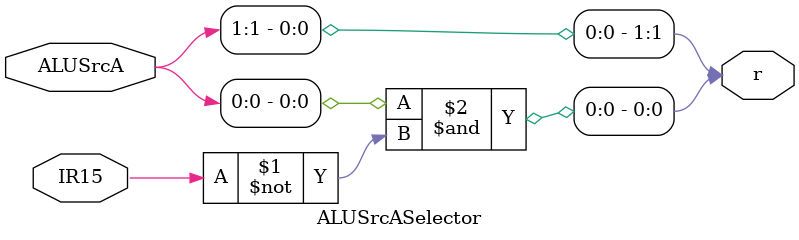
<source format=v>
`timescale 1ns / 1ps
module ALUSrcASelector(
    input [1:0] ALUSrcA,
    input IR15,
    output [1:0] r
    );

	assign r = {ALUSrcA[1], (ALUSrcA[0] & ~IR15)};

endmodule

</source>
